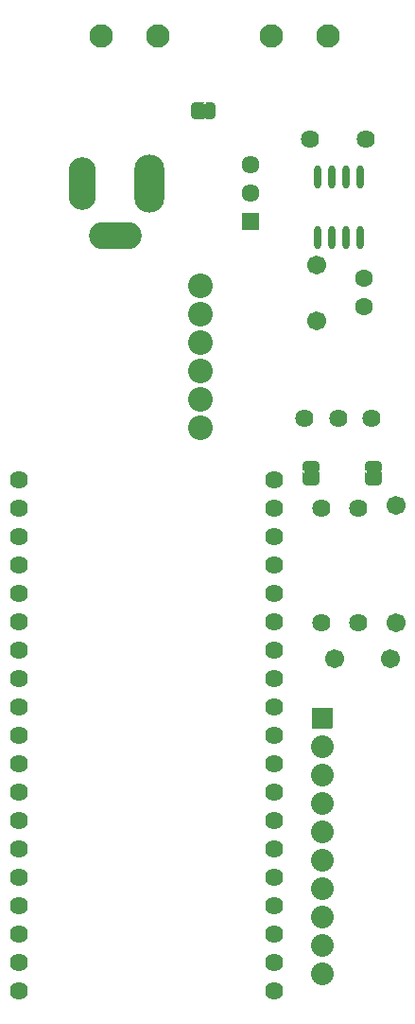
<source format=gts>
G04 Layer: TopSolderMaskLayer*
G04 EasyEDA v6.5.40, 2024-02-04 04:02:13*
G04 e3b7e928b75e4f6ab1737eb406526b54,153482dac41149f1974aef67bcea995d,10*
G04 Gerber Generator version 0.2*
G04 Scale: 100 percent, Rotated: No, Reflected: No *
G04 Dimensions in millimeters *
G04 leading zeros omitted , absolute positions ,4 integer and 5 decimal *
%FSLAX45Y45*%
%MOMM*%

%AMMACRO1*4,1,37,0,-0.5838,-0.7366,-0.2155,-0.7366,0.2305,-0.7353,0.261,-0.7308,0.2938,-0.7231,0.326,-0.7125,0.3567,-0.6995,0.3867,-0.6835,0.4152,-0.665,0.4423,-0.6439,0.468,-0.6208,0.4911,-0.5951,0.5122,-0.5679,0.5307,-0.5395,0.5467,-0.5095,0.5597,-0.4788,0.5704,-0.4465,0.578,-0.4138,0.5825,-0.3833,0.5838,0.4595,0.5838,0.5004,0.5714,0.5304,0.5592,0.5585,0.5444,0.5855,0.5274,0.6109,0.5079,0.634,0.4863,0.6558,0.4624,0.6751,0.4365,0.6919,0.4091,0.7061,0.3809,0.7178,0.3509,0.7267,0.3202,0.7328,0.2889,0.7363,0.2574,0.7366,0.2287,0.7366,-0.2155,0,-0.5838,0*%
%AMMACRO2*4,1,39,-0.3833,-0.5775,-0.4138,-0.5762,-0.4465,-0.5716,-0.4783,-0.564,-0.5095,-0.5536,-0.54,-0.5401,-0.5679,-0.5244,-0.5951,-0.5058,-0.6208,-0.4848,-0.6439,-0.4616,-0.665,-0.436,-0.6835,-0.4088,-0.6995,-0.3804,-0.7125,-0.3504,-0.7231,-0.3197,-0.7308,-0.2874,-0.7353,-0.2546,-0.7366,-0.2242,-0.7366,0.5775,0,0.2092,0.7366,0.5775,0.7366,-0.2242,0.7353,-0.2546,0.7308,-0.2874,0.7231,-0.3192,0.7127,-0.3504,0.6993,-0.3809,0.6835,-0.4088,0.665,-0.436,0.6439,-0.4616,0.6208,-0.4848,0.5951,-0.5058,0.5679,-0.5244,0.54,-0.5401,0.5095,-0.5536,0.4783,-0.564,0.4465,-0.5716,0.4138,-0.5762,0.3833,-0.5775,-0.3833,-0.5775,0*%
%AMMACRO3*1,1,$1,$2,$3*1,1,$1,$4,$5*1,1,$1,0-$2,0-$3*1,1,$1,0-$4,0-$5*20,1,$1,$2,$3,$4,$5,0*20,1,$1,$4,$5,0-$2,0-$3,0*20,1,$1,0-$2,0-$3,0-$4,0-$5,0*20,1,$1,0-$4,0-$5,$2,$3,0*4,1,4,$2,$3,$4,$5,0-$2,0-$3,0-$4,0-$5,$2,$3,0*%
%AMMACRO4*4,1,37,-0.2155,-0.7366,-0.5838,0,-0.2155,0.7366,0.2305,0.7366,0.261,0.7353,0.2938,0.7308,0.326,0.7231,0.3567,0.7125,0.3867,0.6995,0.4152,0.6835,0.4423,0.665,0.468,0.6439,0.4911,0.6208,0.5122,0.5951,0.5307,0.5679,0.5465,0.54,0.5599,0.5095,0.5704,0.4783,0.578,0.4465,0.5825,0.4138,0.5838,0.3833,0.5838,-0.4595,0.5714,-0.5004,0.5592,-0.5304,0.5444,-0.5585,0.5274,-0.5855,0.5079,-0.6109,0.4863,-0.634,0.4624,-0.6558,0.4368,-0.6751,0.4093,-0.6919,0.3806,-0.7061,0.3509,-0.7178,0.3207,-0.7267,0.2892,-0.733,0.2567,-0.7363,0.2287,-0.7366,-0.2155,-0.7366,0*%
%AMMACRO5*4,1,39,-0.2242,-0.7366,-0.2546,-0.7353,-0.2874,-0.7308,-0.3192,-0.7231,-0.3504,-0.7127,-0.3809,-0.6993,-0.4088,-0.6835,-0.436,-0.665,-0.4616,-0.6439,-0.4848,-0.6208,-0.5058,-0.5951,-0.5244,-0.5679,-0.5404,-0.5395,-0.5533,-0.5095,-0.564,-0.4788,-0.5716,-0.4465,-0.5762,-0.4138,-0.5775,-0.3833,-0.5775,0.3833,-0.5762,0.4138,-0.5716,0.4465,-0.564,0.4788,-0.5533,0.5095,-0.5404,0.5395,-0.5244,0.5679,-0.5058,0.5951,-0.4848,0.6208,-0.4616,0.6439,-0.436,0.665,-0.4088,0.6835,-0.3804,0.6995,-0.3504,0.7125,-0.3197,0.7231,-0.2874,0.7308,-0.2546,0.7353,-0.2242,0.7366,0.5775,0.7366,0.2092,0,0.5775,-0.7366,-0.2242,-0.7366,0*%
%ADD10MACRO1*%
%ADD11MACRO2*%
%ADD12MACRO3,0.1016X-0.889X0.889X0.889X0.889*%
%ADD13C,2.0320*%
%ADD14C,1.7016*%
%ADD15MACRO4*%
%ADD16MACRO5*%
%ADD17C,1.6256*%
%ADD18C,2.1000*%
%ADD19O,2.7030680000000005X5.20319*%
%ADD20O,2.4531320000000005X4.703064*%
%ADD21O,4.703064X2.4531320000000005*%
%ADD22C,1.6000*%
%ADD23C,1.6240*%
%ADD24R,1.6096X1.6096*%
%ADD25C,1.6096*%
%ADD26O,0.6700012X2.051812*%
%ADD27C,2.2032*%

%LPD*%
G36*
X2768600Y4863084D02*
G01*
X2768600Y4812284D01*
X2832100Y4780534D01*
X2895600Y4812284D01*
X2895600Y4863084D01*
X2832100Y4831334D01*
G37*
G36*
X1854200Y8128000D02*
G01*
X1822450Y8064500D01*
X1854200Y8001000D01*
X1905000Y8001000D01*
X1873250Y8064500D01*
X1905000Y8128000D01*
G37*
G36*
X3327400Y4864100D02*
G01*
X3327400Y4813300D01*
X3390900Y4781550D01*
X3454400Y4813300D01*
X3454400Y4864100D01*
X3390900Y4832350D01*
G37*
D10*
G01*
X2832100Y4875187D03*
D11*
G01*
X2832100Y4777320D03*
D12*
G01*
X2933700Y2628900D03*
D13*
G01*
X2933700Y2374900D03*
G01*
X2933700Y2120900D03*
G01*
X2933700Y1866900D03*
G01*
X2933700Y1612900D03*
G01*
X2933700Y1358900D03*
G01*
X2933700Y1104900D03*
G01*
X2933700Y850900D03*
G01*
X2933700Y596900D03*
G01*
X2933700Y342900D03*
D14*
G01*
X3539286Y3162300D03*
G01*
X3039313Y3162300D03*
D15*
G01*
X1917103Y8064500D03*
D16*
G01*
X1819236Y8064500D03*
D10*
G01*
X3390900Y4876203D03*
D11*
G01*
X3390900Y4778336D03*
D17*
G01*
X2921000Y3485489D03*
G01*
X2921000Y4515510D03*
D18*
G01*
X2476500Y8737600D03*
G01*
X955547Y8737600D03*
G01*
X1460500Y8737600D03*
G01*
X2984500Y8737574D03*
D19*
G01*
X1380489Y7417206D03*
D20*
G01*
X780491Y7417206D03*
D21*
G01*
X1080490Y6947204D03*
D14*
G01*
X2882900Y6688581D03*
G01*
X2882900Y6188582D03*
D22*
G01*
X3302000Y6311849D03*
G01*
X3302000Y6565849D03*
D14*
G01*
X3594100Y4538192D03*
G01*
X3594100Y3488181D03*
D17*
G01*
X3251200Y4515510D03*
G01*
X3251200Y3485489D03*
D23*
G01*
X215900Y196850D03*
G01*
X215900Y450850D03*
G01*
X215900Y704850D03*
G01*
X215900Y958850D03*
G01*
X215900Y1212850D03*
G01*
X215900Y1466850D03*
G01*
X215900Y1720850D03*
G01*
X215900Y1974850D03*
G01*
X215900Y2228850D03*
G01*
X215900Y2482850D03*
G01*
X215900Y2736850D03*
G01*
X215900Y2990850D03*
G01*
X215900Y3244850D03*
G01*
X215900Y3498850D03*
G01*
X215900Y3752850D03*
G01*
X215900Y4006850D03*
G01*
X215900Y4260850D03*
G01*
X215900Y4514850D03*
G01*
X215900Y4768850D03*
G01*
X2501900Y196850D03*
G01*
X2501900Y450850D03*
G01*
X2501900Y704850D03*
G01*
X2501900Y958850D03*
G01*
X2501900Y1212850D03*
G01*
X2501900Y1466850D03*
G01*
X2501900Y1720850D03*
G01*
X2501900Y1974850D03*
G01*
X2501900Y2228850D03*
G01*
X2501900Y2482850D03*
G01*
X2501900Y2736850D03*
G01*
X2501900Y2990850D03*
G01*
X2501900Y3244850D03*
G01*
X2501900Y3498850D03*
G01*
X2501900Y3752850D03*
G01*
X2501900Y4006850D03*
G01*
X2501900Y4260850D03*
G01*
X2501900Y4514850D03*
G01*
X2501900Y4768850D03*
D24*
G01*
X2286000Y7073900D03*
D25*
G01*
X2286000Y7327900D03*
G01*
X2286000Y7581900D03*
D26*
G01*
X3275253Y7471105D03*
G01*
X3148253Y7471105D03*
G01*
X3021253Y7471105D03*
G01*
X2894253Y7471105D03*
G01*
X3275253Y6930085D03*
G01*
X3148253Y6930085D03*
G01*
X3021253Y6930085D03*
G01*
X2894253Y6930085D03*
D17*
G01*
X3375253Y5317007D03*
G01*
X3075050Y5317159D03*
G01*
X2775051Y5317159D03*
G01*
X3325037Y7817154D03*
G01*
X2825038Y7817154D03*
D27*
G01*
X1841474Y5486425D03*
G01*
X1841474Y5740425D03*
G01*
X1841500Y5994400D03*
G01*
X1841500Y6248400D03*
G01*
X1841474Y6502425D03*
G01*
X1841474Y5232425D03*
M02*

</source>
